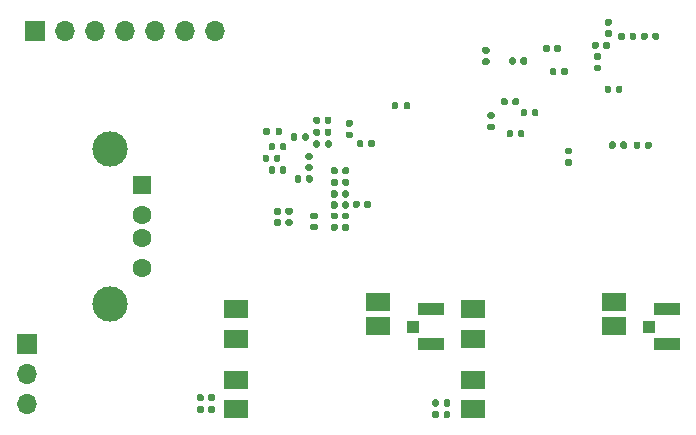
<source format=gbr>
%TF.GenerationSoftware,KiCad,Pcbnew,5.1.10-1.fc33*%
%TF.CreationDate,2021-08-29T12:40:12-07:00*%
%TF.ProjectId,hardware,68617264-7761-4726-952e-6b696361645f,rev?*%
%TF.SameCoordinates,Original*%
%TF.FileFunction,Soldermask,Bot*%
%TF.FilePolarity,Negative*%
%FSLAX46Y46*%
G04 Gerber Fmt 4.6, Leading zero omitted, Abs format (unit mm)*
G04 Created by KiCad (PCBNEW 5.1.10-1.fc33) date 2021-08-29 12:40:12*
%MOMM*%
%LPD*%
G01*
G04 APERTURE LIST*
%ADD10C,1.600000*%
%ADD11R,1.500000X1.600000*%
%ADD12C,3.000000*%
%ADD13O,1.700000X1.700000*%
%ADD14R,1.700000X1.700000*%
%ADD15R,2.200000X1.050000*%
%ADD16R,1.050000X1.000000*%
%ADD17R,2.000000X1.500000*%
G04 APERTURE END LIST*
D10*
%TO.C,J2*%
X99000000Y-116000000D03*
X99000000Y-113500000D03*
X99000000Y-111500000D03*
D11*
X99000000Y-109000000D03*
D12*
X96290000Y-119070000D03*
X96290000Y-105930000D03*
%TD*%
D13*
%TO.C,J4*%
X89250000Y-127580000D03*
X89250000Y-125040000D03*
D14*
X89250000Y-122500000D03*
%TD*%
D13*
%TO.C,J3*%
X105240000Y-96000000D03*
X102700000Y-96000000D03*
X100160000Y-96000000D03*
X97620000Y-96000000D03*
X95080000Y-96000000D03*
X92540000Y-96000000D03*
D14*
X90000000Y-96000000D03*
%TD*%
D15*
%TO.C,AE2*%
X143475000Y-122475000D03*
D16*
X141950000Y-121000000D03*
D15*
X143475000Y-119525000D03*
%TD*%
%TO.C,AE1*%
X123475000Y-122475000D03*
D16*
X121950000Y-121000000D03*
D15*
X123475000Y-119525000D03*
%TD*%
%TO.C,C9*%
G36*
G01*
X104230000Y-127830000D02*
X104230000Y-128170000D01*
G75*
G02*
X104090000Y-128310000I-140000J0D01*
G01*
X103810000Y-128310000D01*
G75*
G02*
X103670000Y-128170000I0J140000D01*
G01*
X103670000Y-127830000D01*
G75*
G02*
X103810000Y-127690000I140000J0D01*
G01*
X104090000Y-127690000D01*
G75*
G02*
X104230000Y-127830000I0J-140000D01*
G01*
G37*
G36*
G01*
X105190000Y-127830000D02*
X105190000Y-128170000D01*
G75*
G02*
X105050000Y-128310000I-140000J0D01*
G01*
X104770000Y-128310000D01*
G75*
G02*
X104630000Y-128170000I0J140000D01*
G01*
X104630000Y-127830000D01*
G75*
G02*
X104770000Y-127690000I140000J0D01*
G01*
X105050000Y-127690000D01*
G75*
G02*
X105190000Y-127830000I0J-140000D01*
G01*
G37*
%TD*%
%TO.C,C8*%
G36*
G01*
X104230000Y-126830000D02*
X104230000Y-127170000D01*
G75*
G02*
X104090000Y-127310000I-140000J0D01*
G01*
X103810000Y-127310000D01*
G75*
G02*
X103670000Y-127170000I0J140000D01*
G01*
X103670000Y-126830000D01*
G75*
G02*
X103810000Y-126690000I140000J0D01*
G01*
X104090000Y-126690000D01*
G75*
G02*
X104230000Y-126830000I0J-140000D01*
G01*
G37*
G36*
G01*
X105190000Y-126830000D02*
X105190000Y-127170000D01*
G75*
G02*
X105050000Y-127310000I-140000J0D01*
G01*
X104770000Y-127310000D01*
G75*
G02*
X104630000Y-127170000I0J140000D01*
G01*
X104630000Y-126830000D01*
G75*
G02*
X104770000Y-126690000I140000J0D01*
G01*
X105050000Y-126690000D01*
G75*
G02*
X105190000Y-126830000I0J-140000D01*
G01*
G37*
%TD*%
%TO.C,C7*%
G36*
G01*
X124150000Y-128280000D02*
X124150000Y-128620000D01*
G75*
G02*
X124010000Y-128760000I-140000J0D01*
G01*
X123730000Y-128760000D01*
G75*
G02*
X123590000Y-128620000I0J140000D01*
G01*
X123590000Y-128280000D01*
G75*
G02*
X123730000Y-128140000I140000J0D01*
G01*
X124010000Y-128140000D01*
G75*
G02*
X124150000Y-128280000I0J-140000D01*
G01*
G37*
G36*
G01*
X125110000Y-128280000D02*
X125110000Y-128620000D01*
G75*
G02*
X124970000Y-128760000I-140000J0D01*
G01*
X124690000Y-128760000D01*
G75*
G02*
X124550000Y-128620000I0J140000D01*
G01*
X124550000Y-128280000D01*
G75*
G02*
X124690000Y-128140000I140000J0D01*
G01*
X124970000Y-128140000D01*
G75*
G02*
X125110000Y-128280000I0J-140000D01*
G01*
G37*
%TD*%
%TO.C,C6*%
G36*
G01*
X124150000Y-127280000D02*
X124150000Y-127620000D01*
G75*
G02*
X124010000Y-127760000I-140000J0D01*
G01*
X123730000Y-127760000D01*
G75*
G02*
X123590000Y-127620000I0J140000D01*
G01*
X123590000Y-127280000D01*
G75*
G02*
X123730000Y-127140000I140000J0D01*
G01*
X124010000Y-127140000D01*
G75*
G02*
X124150000Y-127280000I0J-140000D01*
G01*
G37*
G36*
G01*
X125110000Y-127280000D02*
X125110000Y-127620000D01*
G75*
G02*
X124970000Y-127760000I-140000J0D01*
G01*
X124690000Y-127760000D01*
G75*
G02*
X124550000Y-127620000I0J140000D01*
G01*
X124550000Y-127280000D01*
G75*
G02*
X124690000Y-127140000I140000J0D01*
G01*
X124970000Y-127140000D01*
G75*
G02*
X125110000Y-127280000I0J-140000D01*
G01*
G37*
%TD*%
D17*
%TO.C,U5*%
X127000000Y-122000000D03*
X127000000Y-128000000D03*
X127000000Y-125500000D03*
X127000000Y-119500000D03*
X139000000Y-118900000D03*
X139000000Y-120900000D03*
%TD*%
%TO.C,U4*%
X107000000Y-122000000D03*
X107000000Y-128000000D03*
X107000000Y-125500000D03*
X107000000Y-119500000D03*
X119000000Y-118900000D03*
X119000000Y-120900000D03*
%TD*%
%TO.C,C32*%
G36*
G01*
X134958000Y-106791100D02*
X135298000Y-106791100D01*
G75*
G02*
X135438000Y-106931100I0J-140000D01*
G01*
X135438000Y-107211100D01*
G75*
G02*
X135298000Y-107351100I-140000J0D01*
G01*
X134958000Y-107351100D01*
G75*
G02*
X134818000Y-107211100I0J140000D01*
G01*
X134818000Y-106931100D01*
G75*
G02*
X134958000Y-106791100I140000J0D01*
G01*
G37*
G36*
G01*
X134958000Y-105831100D02*
X135298000Y-105831100D01*
G75*
G02*
X135438000Y-105971100I0J-140000D01*
G01*
X135438000Y-106251100D01*
G75*
G02*
X135298000Y-106391100I-140000J0D01*
G01*
X134958000Y-106391100D01*
G75*
G02*
X134818000Y-106251100I0J140000D01*
G01*
X134818000Y-105971100D01*
G75*
G02*
X134958000Y-105831100I140000J0D01*
G01*
G37*
%TD*%
%TO.C,C99*%
G36*
G01*
X109782000Y-106560800D02*
X109782000Y-106900800D01*
G75*
G02*
X109642000Y-107040800I-140000J0D01*
G01*
X109362000Y-107040800D01*
G75*
G02*
X109222000Y-106900800I0J140000D01*
G01*
X109222000Y-106560800D01*
G75*
G02*
X109362000Y-106420800I140000J0D01*
G01*
X109642000Y-106420800D01*
G75*
G02*
X109782000Y-106560800I0J-140000D01*
G01*
G37*
G36*
G01*
X110742000Y-106560800D02*
X110742000Y-106900800D01*
G75*
G02*
X110602000Y-107040800I-140000J0D01*
G01*
X110322000Y-107040800D01*
G75*
G02*
X110182000Y-106900800I0J140000D01*
G01*
X110182000Y-106560800D01*
G75*
G02*
X110322000Y-106420800I140000J0D01*
G01*
X110602000Y-106420800D01*
G75*
G02*
X110742000Y-106560800I0J-140000D01*
G01*
G37*
%TD*%
%TO.C,C92*%
G36*
G01*
X128300300Y-97879500D02*
X127960300Y-97879500D01*
G75*
G02*
X127820300Y-97739500I0J140000D01*
G01*
X127820300Y-97459500D01*
G75*
G02*
X127960300Y-97319500I140000J0D01*
G01*
X128300300Y-97319500D01*
G75*
G02*
X128440300Y-97459500I0J-140000D01*
G01*
X128440300Y-97739500D01*
G75*
G02*
X128300300Y-97879500I-140000J0D01*
G01*
G37*
G36*
G01*
X128300300Y-98839500D02*
X127960300Y-98839500D01*
G75*
G02*
X127820300Y-98699500I0J140000D01*
G01*
X127820300Y-98419500D01*
G75*
G02*
X127960300Y-98279500I140000J0D01*
G01*
X128300300Y-98279500D01*
G75*
G02*
X128440300Y-98419500I0J-140000D01*
G01*
X128440300Y-98699500D01*
G75*
G02*
X128300300Y-98839500I-140000J0D01*
G01*
G37*
%TD*%
%TO.C,C91*%
G36*
G01*
X139519000Y-105783200D02*
X139519000Y-105443200D01*
G75*
G02*
X139659000Y-105303200I140000J0D01*
G01*
X139939000Y-105303200D01*
G75*
G02*
X140079000Y-105443200I0J-140000D01*
G01*
X140079000Y-105783200D01*
G75*
G02*
X139939000Y-105923200I-140000J0D01*
G01*
X139659000Y-105923200D01*
G75*
G02*
X139519000Y-105783200I0J140000D01*
G01*
G37*
G36*
G01*
X138559000Y-105783200D02*
X138559000Y-105443200D01*
G75*
G02*
X138699000Y-105303200I140000J0D01*
G01*
X138979000Y-105303200D01*
G75*
G02*
X139119000Y-105443200I0J-140000D01*
G01*
X139119000Y-105783200D01*
G75*
G02*
X138979000Y-105923200I-140000J0D01*
G01*
X138699000Y-105923200D01*
G75*
G02*
X138559000Y-105783200I0J140000D01*
G01*
G37*
%TD*%
%TO.C,C90*%
G36*
G01*
X130375000Y-102112900D02*
X130375000Y-101772900D01*
G75*
G02*
X130515000Y-101632900I140000J0D01*
G01*
X130795000Y-101632900D01*
G75*
G02*
X130935000Y-101772900I0J-140000D01*
G01*
X130935000Y-102112900D01*
G75*
G02*
X130795000Y-102252900I-140000J0D01*
G01*
X130515000Y-102252900D01*
G75*
G02*
X130375000Y-102112900I0J140000D01*
G01*
G37*
G36*
G01*
X129415000Y-102112900D02*
X129415000Y-101772900D01*
G75*
G02*
X129555000Y-101632900I140000J0D01*
G01*
X129835000Y-101632900D01*
G75*
G02*
X129975000Y-101772900I0J-140000D01*
G01*
X129975000Y-102112900D01*
G75*
G02*
X129835000Y-102252900I-140000J0D01*
G01*
X129555000Y-102252900D01*
G75*
G02*
X129415000Y-102112900I0J140000D01*
G01*
G37*
%TD*%
%TO.C,C89*%
G36*
G01*
X141611960Y-105798440D02*
X141611960Y-105458440D01*
G75*
G02*
X141751960Y-105318440I140000J0D01*
G01*
X142031960Y-105318440D01*
G75*
G02*
X142171960Y-105458440I0J-140000D01*
G01*
X142171960Y-105798440D01*
G75*
G02*
X142031960Y-105938440I-140000J0D01*
G01*
X141751960Y-105938440D01*
G75*
G02*
X141611960Y-105798440I0J140000D01*
G01*
G37*
G36*
G01*
X140651960Y-105798440D02*
X140651960Y-105458440D01*
G75*
G02*
X140791960Y-105318440I140000J0D01*
G01*
X141071960Y-105318440D01*
G75*
G02*
X141211960Y-105458440I0J-140000D01*
G01*
X141211960Y-105798440D01*
G75*
G02*
X141071960Y-105938440I-140000J0D01*
G01*
X140791960Y-105938440D01*
G75*
G02*
X140651960Y-105798440I0J140000D01*
G01*
G37*
%TD*%
%TO.C,C87*%
G36*
G01*
X128732100Y-103393900D02*
X128392100Y-103393900D01*
G75*
G02*
X128252100Y-103253900I0J140000D01*
G01*
X128252100Y-102973900D01*
G75*
G02*
X128392100Y-102833900I140000J0D01*
G01*
X128732100Y-102833900D01*
G75*
G02*
X128872100Y-102973900I0J-140000D01*
G01*
X128872100Y-103253900D01*
G75*
G02*
X128732100Y-103393900I-140000J0D01*
G01*
G37*
G36*
G01*
X128732100Y-104353900D02*
X128392100Y-104353900D01*
G75*
G02*
X128252100Y-104213900I0J140000D01*
G01*
X128252100Y-103933900D01*
G75*
G02*
X128392100Y-103793900I140000J0D01*
G01*
X128732100Y-103793900D01*
G75*
G02*
X128872100Y-103933900I0J-140000D01*
G01*
X128872100Y-104213900D01*
G75*
G02*
X128732100Y-104353900I-140000J0D01*
G01*
G37*
%TD*%
%TO.C,C86*%
G36*
G01*
X130442360Y-104483080D02*
X130442360Y-104823080D01*
G75*
G02*
X130302360Y-104963080I-140000J0D01*
G01*
X130022360Y-104963080D01*
G75*
G02*
X129882360Y-104823080I0J140000D01*
G01*
X129882360Y-104483080D01*
G75*
G02*
X130022360Y-104343080I140000J0D01*
G01*
X130302360Y-104343080D01*
G75*
G02*
X130442360Y-104483080I0J-140000D01*
G01*
G37*
G36*
G01*
X131402360Y-104483080D02*
X131402360Y-104823080D01*
G75*
G02*
X131262360Y-104963080I-140000J0D01*
G01*
X130982360Y-104963080D01*
G75*
G02*
X130842360Y-104823080I0J140000D01*
G01*
X130842360Y-104483080D01*
G75*
G02*
X130982360Y-104343080I140000J0D01*
G01*
X131262360Y-104343080D01*
G75*
G02*
X131402360Y-104483080I0J-140000D01*
G01*
G37*
%TD*%
%TO.C,C85*%
G36*
G01*
X131626000Y-102712700D02*
X131626000Y-103052700D01*
G75*
G02*
X131486000Y-103192700I-140000J0D01*
G01*
X131206000Y-103192700D01*
G75*
G02*
X131066000Y-103052700I0J140000D01*
G01*
X131066000Y-102712700D01*
G75*
G02*
X131206000Y-102572700I140000J0D01*
G01*
X131486000Y-102572700D01*
G75*
G02*
X131626000Y-102712700I0J-140000D01*
G01*
G37*
G36*
G01*
X132586000Y-102712700D02*
X132586000Y-103052700D01*
G75*
G02*
X132446000Y-103192700I-140000J0D01*
G01*
X132166000Y-103192700D01*
G75*
G02*
X132026000Y-103052700I0J140000D01*
G01*
X132026000Y-102712700D01*
G75*
G02*
X132166000Y-102572700I140000J0D01*
G01*
X132446000Y-102572700D01*
G75*
G02*
X132586000Y-102712700I0J-140000D01*
G01*
G37*
%TD*%
%TO.C,C82*%
G36*
G01*
X139138000Y-101058800D02*
X139138000Y-100718800D01*
G75*
G02*
X139278000Y-100578800I140000J0D01*
G01*
X139558000Y-100578800D01*
G75*
G02*
X139698000Y-100718800I0J-140000D01*
G01*
X139698000Y-101058800D01*
G75*
G02*
X139558000Y-101198800I-140000J0D01*
G01*
X139278000Y-101198800D01*
G75*
G02*
X139138000Y-101058800I0J140000D01*
G01*
G37*
G36*
G01*
X138178000Y-101058800D02*
X138178000Y-100718800D01*
G75*
G02*
X138318000Y-100578800I140000J0D01*
G01*
X138598000Y-100578800D01*
G75*
G02*
X138738000Y-100718800I0J-140000D01*
G01*
X138738000Y-101058800D01*
G75*
G02*
X138598000Y-101198800I-140000J0D01*
G01*
X138318000Y-101198800D01*
G75*
G02*
X138178000Y-101058800I0J140000D01*
G01*
G37*
%TD*%
%TO.C,C80*%
G36*
G01*
X133531000Y-97277100D02*
X133531000Y-97617100D01*
G75*
G02*
X133391000Y-97757100I-140000J0D01*
G01*
X133111000Y-97757100D01*
G75*
G02*
X132971000Y-97617100I0J140000D01*
G01*
X132971000Y-97277100D01*
G75*
G02*
X133111000Y-97137100I140000J0D01*
G01*
X133391000Y-97137100D01*
G75*
G02*
X133531000Y-97277100I0J-140000D01*
G01*
G37*
G36*
G01*
X134491000Y-97277100D02*
X134491000Y-97617100D01*
G75*
G02*
X134351000Y-97757100I-140000J0D01*
G01*
X134071000Y-97757100D01*
G75*
G02*
X133931000Y-97617100I0J140000D01*
G01*
X133931000Y-97277100D01*
G75*
G02*
X134071000Y-97137100I140000J0D01*
G01*
X134351000Y-97137100D01*
G75*
G02*
X134491000Y-97277100I0J-140000D01*
G01*
G37*
%TD*%
%TO.C,C79*%
G36*
G01*
X134102500Y-99232900D02*
X134102500Y-99572900D01*
G75*
G02*
X133962500Y-99712900I-140000J0D01*
G01*
X133682500Y-99712900D01*
G75*
G02*
X133542500Y-99572900I0J140000D01*
G01*
X133542500Y-99232900D01*
G75*
G02*
X133682500Y-99092900I140000J0D01*
G01*
X133962500Y-99092900D01*
G75*
G02*
X134102500Y-99232900I0J-140000D01*
G01*
G37*
G36*
G01*
X135062500Y-99232900D02*
X135062500Y-99572900D01*
G75*
G02*
X134922500Y-99712900I-140000J0D01*
G01*
X134642500Y-99712900D01*
G75*
G02*
X134502500Y-99572900I0J140000D01*
G01*
X134502500Y-99232900D01*
G75*
G02*
X134642500Y-99092900I140000J0D01*
G01*
X134922500Y-99092900D01*
G75*
G02*
X135062500Y-99232900I0J-140000D01*
G01*
G37*
%TD*%
%TO.C,C77*%
G36*
G01*
X138071200Y-97350400D02*
X138071200Y-97010400D01*
G75*
G02*
X138211200Y-96870400I140000J0D01*
G01*
X138491200Y-96870400D01*
G75*
G02*
X138631200Y-97010400I0J-140000D01*
G01*
X138631200Y-97350400D01*
G75*
G02*
X138491200Y-97490400I-140000J0D01*
G01*
X138211200Y-97490400D01*
G75*
G02*
X138071200Y-97350400I0J140000D01*
G01*
G37*
G36*
G01*
X137111200Y-97350400D02*
X137111200Y-97010400D01*
G75*
G02*
X137251200Y-96870400I140000J0D01*
G01*
X137531200Y-96870400D01*
G75*
G02*
X137671200Y-97010400I0J-140000D01*
G01*
X137671200Y-97350400D01*
G75*
G02*
X137531200Y-97490400I-140000J0D01*
G01*
X137251200Y-97490400D01*
G75*
G02*
X137111200Y-97350400I0J140000D01*
G01*
G37*
%TD*%
%TO.C,C76*%
G36*
G01*
X140293700Y-96575700D02*
X140293700Y-96235700D01*
G75*
G02*
X140433700Y-96095700I140000J0D01*
G01*
X140713700Y-96095700D01*
G75*
G02*
X140853700Y-96235700I0J-140000D01*
G01*
X140853700Y-96575700D01*
G75*
G02*
X140713700Y-96715700I-140000J0D01*
G01*
X140433700Y-96715700D01*
G75*
G02*
X140293700Y-96575700I0J140000D01*
G01*
G37*
G36*
G01*
X139333700Y-96575700D02*
X139333700Y-96235700D01*
G75*
G02*
X139473700Y-96095700I140000J0D01*
G01*
X139753700Y-96095700D01*
G75*
G02*
X139893700Y-96235700I0J-140000D01*
G01*
X139893700Y-96575700D01*
G75*
G02*
X139753700Y-96715700I-140000J0D01*
G01*
X139473700Y-96715700D01*
G75*
G02*
X139333700Y-96575700I0J140000D01*
G01*
G37*
%TD*%
%TO.C,C75*%
G36*
G01*
X142224100Y-96575700D02*
X142224100Y-96235700D01*
G75*
G02*
X142364100Y-96095700I140000J0D01*
G01*
X142644100Y-96095700D01*
G75*
G02*
X142784100Y-96235700I0J-140000D01*
G01*
X142784100Y-96575700D01*
G75*
G02*
X142644100Y-96715700I-140000J0D01*
G01*
X142364100Y-96715700D01*
G75*
G02*
X142224100Y-96575700I0J140000D01*
G01*
G37*
G36*
G01*
X141264100Y-96575700D02*
X141264100Y-96235700D01*
G75*
G02*
X141404100Y-96095700I140000J0D01*
G01*
X141684100Y-96095700D01*
G75*
G02*
X141824100Y-96235700I0J-140000D01*
G01*
X141824100Y-96575700D01*
G75*
G02*
X141684100Y-96715700I-140000J0D01*
G01*
X141404100Y-96715700D01*
G75*
G02*
X141264100Y-96575700I0J140000D01*
G01*
G37*
%TD*%
%TO.C,C74*%
G36*
G01*
X130660800Y-98331200D02*
X130660800Y-98671200D01*
G75*
G02*
X130520800Y-98811200I-140000J0D01*
G01*
X130240800Y-98811200D01*
G75*
G02*
X130100800Y-98671200I0J140000D01*
G01*
X130100800Y-98331200D01*
G75*
G02*
X130240800Y-98191200I140000J0D01*
G01*
X130520800Y-98191200D01*
G75*
G02*
X130660800Y-98331200I0J-140000D01*
G01*
G37*
G36*
G01*
X131620800Y-98331200D02*
X131620800Y-98671200D01*
G75*
G02*
X131480800Y-98811200I-140000J0D01*
G01*
X131200800Y-98811200D01*
G75*
G02*
X131060800Y-98671200I0J140000D01*
G01*
X131060800Y-98331200D01*
G75*
G02*
X131200800Y-98191200I140000J0D01*
G01*
X131480800Y-98191200D01*
G75*
G02*
X131620800Y-98331200I0J-140000D01*
G01*
G37*
%TD*%
%TO.C,C70*%
G36*
G01*
X110660000Y-111496500D02*
X110320000Y-111496500D01*
G75*
G02*
X110180000Y-111356500I0J140000D01*
G01*
X110180000Y-111076500D01*
G75*
G02*
X110320000Y-110936500I140000J0D01*
G01*
X110660000Y-110936500D01*
G75*
G02*
X110800000Y-111076500I0J-140000D01*
G01*
X110800000Y-111356500D01*
G75*
G02*
X110660000Y-111496500I-140000J0D01*
G01*
G37*
G36*
G01*
X110660000Y-112456500D02*
X110320000Y-112456500D01*
G75*
G02*
X110180000Y-112316500I0J140000D01*
G01*
X110180000Y-112036500D01*
G75*
G02*
X110320000Y-111896500I140000J0D01*
G01*
X110660000Y-111896500D01*
G75*
G02*
X110800000Y-112036500I0J-140000D01*
G01*
X110800000Y-112316500D01*
G75*
G02*
X110660000Y-112456500I-140000J0D01*
G01*
G37*
%TD*%
%TO.C,C69*%
G36*
G01*
X110290000Y-105570200D02*
X110290000Y-105910200D01*
G75*
G02*
X110150000Y-106050200I-140000J0D01*
G01*
X109870000Y-106050200D01*
G75*
G02*
X109730000Y-105910200I0J140000D01*
G01*
X109730000Y-105570200D01*
G75*
G02*
X109870000Y-105430200I140000J0D01*
G01*
X110150000Y-105430200D01*
G75*
G02*
X110290000Y-105570200I0J-140000D01*
G01*
G37*
G36*
G01*
X111250000Y-105570200D02*
X111250000Y-105910200D01*
G75*
G02*
X111110000Y-106050200I-140000J0D01*
G01*
X110830000Y-106050200D01*
G75*
G02*
X110690000Y-105910200I0J140000D01*
G01*
X110690000Y-105570200D01*
G75*
G02*
X110830000Y-105430200I140000J0D01*
G01*
X111110000Y-105430200D01*
G75*
G02*
X111250000Y-105570200I0J-140000D01*
G01*
G37*
%TD*%
%TO.C,C68*%
G36*
G01*
X111637900Y-111496500D02*
X111297900Y-111496500D01*
G75*
G02*
X111157900Y-111356500I0J140000D01*
G01*
X111157900Y-111076500D01*
G75*
G02*
X111297900Y-110936500I140000J0D01*
G01*
X111637900Y-110936500D01*
G75*
G02*
X111777900Y-111076500I0J-140000D01*
G01*
X111777900Y-111356500D01*
G75*
G02*
X111637900Y-111496500I-140000J0D01*
G01*
G37*
G36*
G01*
X111637900Y-112456500D02*
X111297900Y-112456500D01*
G75*
G02*
X111157900Y-112316500I0J140000D01*
G01*
X111157900Y-112036500D01*
G75*
G02*
X111297900Y-111896500I140000J0D01*
G01*
X111637900Y-111896500D01*
G75*
G02*
X111777900Y-112036500I0J-140000D01*
G01*
X111777900Y-112316500D01*
G75*
G02*
X111637900Y-112456500I-140000J0D01*
G01*
G37*
%TD*%
%TO.C,C67*%
G36*
G01*
X115585900Y-107614900D02*
X115585900Y-107954900D01*
G75*
G02*
X115445900Y-108094900I-140000J0D01*
G01*
X115165900Y-108094900D01*
G75*
G02*
X115025900Y-107954900I0J140000D01*
G01*
X115025900Y-107614900D01*
G75*
G02*
X115165900Y-107474900I140000J0D01*
G01*
X115445900Y-107474900D01*
G75*
G02*
X115585900Y-107614900I0J-140000D01*
G01*
G37*
G36*
G01*
X116545900Y-107614900D02*
X116545900Y-107954900D01*
G75*
G02*
X116405900Y-108094900I-140000J0D01*
G01*
X116125900Y-108094900D01*
G75*
G02*
X115985900Y-107954900I0J140000D01*
G01*
X115985900Y-107614900D01*
G75*
G02*
X116125900Y-107474900I140000J0D01*
G01*
X116405900Y-107474900D01*
G75*
G02*
X116545900Y-107614900I0J-140000D01*
G01*
G37*
%TD*%
%TO.C,C66*%
G36*
G01*
X110290000Y-107551400D02*
X110290000Y-107891400D01*
G75*
G02*
X110150000Y-108031400I-140000J0D01*
G01*
X109870000Y-108031400D01*
G75*
G02*
X109730000Y-107891400I0J140000D01*
G01*
X109730000Y-107551400D01*
G75*
G02*
X109870000Y-107411400I140000J0D01*
G01*
X110150000Y-107411400D01*
G75*
G02*
X110290000Y-107551400I0J-140000D01*
G01*
G37*
G36*
G01*
X111250000Y-107551400D02*
X111250000Y-107891400D01*
G75*
G02*
X111110000Y-108031400I-140000J0D01*
G01*
X110830000Y-108031400D01*
G75*
G02*
X110690000Y-107891400I0J140000D01*
G01*
X110690000Y-107551400D01*
G75*
G02*
X110830000Y-107411400I140000J0D01*
G01*
X111110000Y-107411400D01*
G75*
G02*
X111250000Y-107551400I0J-140000D01*
G01*
G37*
%TD*%
%TO.C,C65*%
G36*
G01*
X114087300Y-104363700D02*
X114087300Y-104703700D01*
G75*
G02*
X113947300Y-104843700I-140000J0D01*
G01*
X113667300Y-104843700D01*
G75*
G02*
X113527300Y-104703700I0J140000D01*
G01*
X113527300Y-104363700D01*
G75*
G02*
X113667300Y-104223700I140000J0D01*
G01*
X113947300Y-104223700D01*
G75*
G02*
X114087300Y-104363700I0J-140000D01*
G01*
G37*
G36*
G01*
X115047300Y-104363700D02*
X115047300Y-104703700D01*
G75*
G02*
X114907300Y-104843700I-140000J0D01*
G01*
X114627300Y-104843700D01*
G75*
G02*
X114487300Y-104703700I0J140000D01*
G01*
X114487300Y-104363700D01*
G75*
G02*
X114627300Y-104223700I140000J0D01*
G01*
X114907300Y-104223700D01*
G75*
G02*
X115047300Y-104363700I0J-140000D01*
G01*
G37*
%TD*%
%TO.C,C64*%
G36*
G01*
X116730600Y-104067000D02*
X116390600Y-104067000D01*
G75*
G02*
X116250600Y-103927000I0J140000D01*
G01*
X116250600Y-103647000D01*
G75*
G02*
X116390600Y-103507000I140000J0D01*
G01*
X116730600Y-103507000D01*
G75*
G02*
X116870600Y-103647000I0J-140000D01*
G01*
X116870600Y-103927000D01*
G75*
G02*
X116730600Y-104067000I-140000J0D01*
G01*
G37*
G36*
G01*
X116730600Y-105027000D02*
X116390600Y-105027000D01*
G75*
G02*
X116250600Y-104887000I0J140000D01*
G01*
X116250600Y-104607000D01*
G75*
G02*
X116390600Y-104467000I140000J0D01*
G01*
X116730600Y-104467000D01*
G75*
G02*
X116870600Y-104607000I0J-140000D01*
G01*
X116870600Y-104887000D01*
G75*
G02*
X116730600Y-105027000I-140000J0D01*
G01*
G37*
%TD*%
%TO.C,C59*%
G36*
G01*
X112582300Y-105097400D02*
X112582300Y-104757400D01*
G75*
G02*
X112722300Y-104617400I140000J0D01*
G01*
X113002300Y-104617400D01*
G75*
G02*
X113142300Y-104757400I0J-140000D01*
G01*
X113142300Y-105097400D01*
G75*
G02*
X113002300Y-105237400I-140000J0D01*
G01*
X112722300Y-105237400D01*
G75*
G02*
X112582300Y-105097400I0J140000D01*
G01*
G37*
G36*
G01*
X111622300Y-105097400D02*
X111622300Y-104757400D01*
G75*
G02*
X111762300Y-104617400I140000J0D01*
G01*
X112042300Y-104617400D01*
G75*
G02*
X112182300Y-104757400I0J-140000D01*
G01*
X112182300Y-105097400D01*
G75*
G02*
X112042300Y-105237400I-140000J0D01*
G01*
X111762300Y-105237400D01*
G75*
G02*
X111622300Y-105097400I0J140000D01*
G01*
G37*
%TD*%
%TO.C,C56*%
G36*
G01*
X113746100Y-111887600D02*
X113406100Y-111887600D01*
G75*
G02*
X113266100Y-111747600I0J140000D01*
G01*
X113266100Y-111467600D01*
G75*
G02*
X113406100Y-111327600I140000J0D01*
G01*
X113746100Y-111327600D01*
G75*
G02*
X113886100Y-111467600I0J-140000D01*
G01*
X113886100Y-111747600D01*
G75*
G02*
X113746100Y-111887600I-140000J0D01*
G01*
G37*
G36*
G01*
X113746100Y-112847600D02*
X113406100Y-112847600D01*
G75*
G02*
X113266100Y-112707600I0J140000D01*
G01*
X113266100Y-112427600D01*
G75*
G02*
X113406100Y-112287600I140000J0D01*
G01*
X113746100Y-112287600D01*
G75*
G02*
X113886100Y-112427600I0J-140000D01*
G01*
X113886100Y-112707600D01*
G75*
G02*
X113746100Y-112847600I-140000J0D01*
G01*
G37*
%TD*%
%TO.C,C55*%
G36*
G01*
X114087300Y-103347700D02*
X114087300Y-103687700D01*
G75*
G02*
X113947300Y-103827700I-140000J0D01*
G01*
X113667300Y-103827700D01*
G75*
G02*
X113527300Y-103687700I0J140000D01*
G01*
X113527300Y-103347700D01*
G75*
G02*
X113667300Y-103207700I140000J0D01*
G01*
X113947300Y-103207700D01*
G75*
G02*
X114087300Y-103347700I0J-140000D01*
G01*
G37*
G36*
G01*
X115047300Y-103347700D02*
X115047300Y-103687700D01*
G75*
G02*
X114907300Y-103827700I-140000J0D01*
G01*
X114627300Y-103827700D01*
G75*
G02*
X114487300Y-103687700I0J140000D01*
G01*
X114487300Y-103347700D01*
G75*
G02*
X114627300Y-103207700I140000J0D01*
G01*
X114907300Y-103207700D01*
G75*
G02*
X115047300Y-103347700I0J-140000D01*
G01*
G37*
%TD*%
%TO.C,C54*%
G36*
G01*
X115573200Y-109583400D02*
X115573200Y-109923400D01*
G75*
G02*
X115433200Y-110063400I-140000J0D01*
G01*
X115153200Y-110063400D01*
G75*
G02*
X115013200Y-109923400I0J140000D01*
G01*
X115013200Y-109583400D01*
G75*
G02*
X115153200Y-109443400I140000J0D01*
G01*
X115433200Y-109443400D01*
G75*
G02*
X115573200Y-109583400I0J-140000D01*
G01*
G37*
G36*
G01*
X116533200Y-109583400D02*
X116533200Y-109923400D01*
G75*
G02*
X116393200Y-110063400I-140000J0D01*
G01*
X116113200Y-110063400D01*
G75*
G02*
X115973200Y-109923400I0J140000D01*
G01*
X115973200Y-109583400D01*
G75*
G02*
X116113200Y-109443400I140000J0D01*
G01*
X116393200Y-109443400D01*
G75*
G02*
X116533200Y-109583400I0J-140000D01*
G01*
G37*
%TD*%
%TO.C,C53*%
G36*
G01*
X112899800Y-108653400D02*
X112899800Y-108313400D01*
G75*
G02*
X113039800Y-108173400I140000J0D01*
G01*
X113319800Y-108173400D01*
G75*
G02*
X113459800Y-108313400I0J-140000D01*
G01*
X113459800Y-108653400D01*
G75*
G02*
X113319800Y-108793400I-140000J0D01*
G01*
X113039800Y-108793400D01*
G75*
G02*
X112899800Y-108653400I0J140000D01*
G01*
G37*
G36*
G01*
X111939800Y-108653400D02*
X111939800Y-108313400D01*
G75*
G02*
X112079800Y-108173400I140000J0D01*
G01*
X112359800Y-108173400D01*
G75*
G02*
X112499800Y-108313400I0J-140000D01*
G01*
X112499800Y-108653400D01*
G75*
G02*
X112359800Y-108793400I-140000J0D01*
G01*
X112079800Y-108793400D01*
G75*
G02*
X111939800Y-108653400I0J140000D01*
G01*
G37*
%TD*%
%TO.C,C48*%
G36*
G01*
X117437560Y-110467320D02*
X117437560Y-110807320D01*
G75*
G02*
X117297560Y-110947320I-140000J0D01*
G01*
X117017560Y-110947320D01*
G75*
G02*
X116877560Y-110807320I0J140000D01*
G01*
X116877560Y-110467320D01*
G75*
G02*
X117017560Y-110327320I140000J0D01*
G01*
X117297560Y-110327320D01*
G75*
G02*
X117437560Y-110467320I0J-140000D01*
G01*
G37*
G36*
G01*
X118397560Y-110467320D02*
X118397560Y-110807320D01*
G75*
G02*
X118257560Y-110947320I-140000J0D01*
G01*
X117977560Y-110947320D01*
G75*
G02*
X117837560Y-110807320I0J140000D01*
G01*
X117837560Y-110467320D01*
G75*
G02*
X117977560Y-110327320I140000J0D01*
G01*
X118257560Y-110327320D01*
G75*
G02*
X118397560Y-110467320I0J-140000D01*
G01*
G37*
%TD*%
%TO.C,C43*%
G36*
G01*
X115473300Y-111895280D02*
X115133300Y-111895280D01*
G75*
G02*
X114993300Y-111755280I0J140000D01*
G01*
X114993300Y-111475280D01*
G75*
G02*
X115133300Y-111335280I140000J0D01*
G01*
X115473300Y-111335280D01*
G75*
G02*
X115613300Y-111475280I0J-140000D01*
G01*
X115613300Y-111755280D01*
G75*
G02*
X115473300Y-111895280I-140000J0D01*
G01*
G37*
G36*
G01*
X115473300Y-112855280D02*
X115133300Y-112855280D01*
G75*
G02*
X114993300Y-112715280I0J140000D01*
G01*
X114993300Y-112435280D01*
G75*
G02*
X115133300Y-112295280I140000J0D01*
G01*
X115473300Y-112295280D01*
G75*
G02*
X115613300Y-112435280I0J-140000D01*
G01*
X115613300Y-112715280D01*
G75*
G02*
X115473300Y-112855280I-140000J0D01*
G01*
G37*
%TD*%
%TO.C,C42*%
G36*
G01*
X115585900Y-108605500D02*
X115585900Y-108945500D01*
G75*
G02*
X115445900Y-109085500I-140000J0D01*
G01*
X115165900Y-109085500D01*
G75*
G02*
X115025900Y-108945500I0J140000D01*
G01*
X115025900Y-108605500D01*
G75*
G02*
X115165900Y-108465500I140000J0D01*
G01*
X115445900Y-108465500D01*
G75*
G02*
X115585900Y-108605500I0J-140000D01*
G01*
G37*
G36*
G01*
X116545900Y-108605500D02*
X116545900Y-108945500D01*
G75*
G02*
X116405900Y-109085500I-140000J0D01*
G01*
X116125900Y-109085500D01*
G75*
G02*
X115985900Y-108945500I0J140000D01*
G01*
X115985900Y-108605500D01*
G75*
G02*
X116125900Y-108465500I140000J0D01*
G01*
X116405900Y-108465500D01*
G75*
G02*
X116545900Y-108605500I0J-140000D01*
G01*
G37*
%TD*%
%TO.C,C40*%
G36*
G01*
X116418180Y-111895280D02*
X116078180Y-111895280D01*
G75*
G02*
X115938180Y-111755280I0J140000D01*
G01*
X115938180Y-111475280D01*
G75*
G02*
X116078180Y-111335280I140000J0D01*
G01*
X116418180Y-111335280D01*
G75*
G02*
X116558180Y-111475280I0J-140000D01*
G01*
X116558180Y-111755280D01*
G75*
G02*
X116418180Y-111895280I-140000J0D01*
G01*
G37*
G36*
G01*
X116418180Y-112855280D02*
X116078180Y-112855280D01*
G75*
G02*
X115938180Y-112715280I0J140000D01*
G01*
X115938180Y-112435280D01*
G75*
G02*
X116078180Y-112295280I140000J0D01*
G01*
X116418180Y-112295280D01*
G75*
G02*
X116558180Y-112435280I0J-140000D01*
G01*
X116558180Y-112715280D01*
G75*
G02*
X116418180Y-112855280I-140000J0D01*
G01*
G37*
%TD*%
%TO.C,C38*%
G36*
G01*
X115573200Y-110523200D02*
X115573200Y-110863200D01*
G75*
G02*
X115433200Y-111003200I-140000J0D01*
G01*
X115153200Y-111003200D01*
G75*
G02*
X115013200Y-110863200I0J140000D01*
G01*
X115013200Y-110523200D01*
G75*
G02*
X115153200Y-110383200I140000J0D01*
G01*
X115433200Y-110383200D01*
G75*
G02*
X115573200Y-110523200I0J-140000D01*
G01*
G37*
G36*
G01*
X116533200Y-110523200D02*
X116533200Y-110863200D01*
G75*
G02*
X116393200Y-111003200I-140000J0D01*
G01*
X116113200Y-111003200D01*
G75*
G02*
X115973200Y-110863200I0J140000D01*
G01*
X115973200Y-110523200D01*
G75*
G02*
X116113200Y-110383200I140000J0D01*
G01*
X116393200Y-110383200D01*
G75*
G02*
X116533200Y-110523200I0J-140000D01*
G01*
G37*
%TD*%
%TO.C,C37*%
G36*
G01*
X118163999Y-105671440D02*
X118163999Y-105331440D01*
G75*
G02*
X118303999Y-105191440I140000J0D01*
G01*
X118583999Y-105191440D01*
G75*
G02*
X118723999Y-105331440I0J-140000D01*
G01*
X118723999Y-105671440D01*
G75*
G02*
X118583999Y-105811440I-140000J0D01*
G01*
X118303999Y-105811440D01*
G75*
G02*
X118163999Y-105671440I0J140000D01*
G01*
G37*
G36*
G01*
X117203999Y-105671440D02*
X117203999Y-105331440D01*
G75*
G02*
X117343999Y-105191440I140000J0D01*
G01*
X117623999Y-105191440D01*
G75*
G02*
X117763999Y-105331440I0J-140000D01*
G01*
X117763999Y-105671440D01*
G75*
G02*
X117623999Y-105811440I-140000J0D01*
G01*
X117343999Y-105811440D01*
G75*
G02*
X117203999Y-105671440I0J140000D01*
G01*
G37*
%TD*%
%TO.C,C31*%
G36*
G01*
X112987000Y-107248300D02*
X113327000Y-107248300D01*
G75*
G02*
X113467000Y-107388300I0J-140000D01*
G01*
X113467000Y-107668300D01*
G75*
G02*
X113327000Y-107808300I-140000J0D01*
G01*
X112987000Y-107808300D01*
G75*
G02*
X112847000Y-107668300I0J140000D01*
G01*
X112847000Y-107388300D01*
G75*
G02*
X112987000Y-107248300I140000J0D01*
G01*
G37*
G36*
G01*
X112987000Y-106288300D02*
X113327000Y-106288300D01*
G75*
G02*
X113467000Y-106428300I0J-140000D01*
G01*
X113467000Y-106708300D01*
G75*
G02*
X113327000Y-106848300I-140000J0D01*
G01*
X112987000Y-106848300D01*
G75*
G02*
X112847000Y-106708300I0J140000D01*
G01*
X112847000Y-106428300D01*
G75*
G02*
X112987000Y-106288300I140000J0D01*
G01*
G37*
%TD*%
%TO.C,C3*%
G36*
G01*
X138670000Y-95500000D02*
X138330000Y-95500000D01*
G75*
G02*
X138190000Y-95360000I0J140000D01*
G01*
X138190000Y-95080000D01*
G75*
G02*
X138330000Y-94940000I140000J0D01*
G01*
X138670000Y-94940000D01*
G75*
G02*
X138810000Y-95080000I0J-140000D01*
G01*
X138810000Y-95360000D01*
G75*
G02*
X138670000Y-95500000I-140000J0D01*
G01*
G37*
G36*
G01*
X138670000Y-96460000D02*
X138330000Y-96460000D01*
G75*
G02*
X138190000Y-96320000I0J140000D01*
G01*
X138190000Y-96040000D01*
G75*
G02*
X138330000Y-95900000I140000J0D01*
G01*
X138670000Y-95900000D01*
G75*
G02*
X138810000Y-96040000I0J-140000D01*
G01*
X138810000Y-96320000D01*
G75*
G02*
X138670000Y-96460000I-140000J0D01*
G01*
G37*
%TD*%
%TO.C,C2*%
G36*
G01*
X137409100Y-98815500D02*
X137749100Y-98815500D01*
G75*
G02*
X137889100Y-98955500I0J-140000D01*
G01*
X137889100Y-99235500D01*
G75*
G02*
X137749100Y-99375500I-140000J0D01*
G01*
X137409100Y-99375500D01*
G75*
G02*
X137269100Y-99235500I0J140000D01*
G01*
X137269100Y-98955500D01*
G75*
G02*
X137409100Y-98815500I140000J0D01*
G01*
G37*
G36*
G01*
X137409100Y-97855500D02*
X137749100Y-97855500D01*
G75*
G02*
X137889100Y-97995500I0J-140000D01*
G01*
X137889100Y-98275500D01*
G75*
G02*
X137749100Y-98415500I-140000J0D01*
G01*
X137409100Y-98415500D01*
G75*
G02*
X137269100Y-98275500I0J140000D01*
G01*
X137269100Y-97995500D01*
G75*
G02*
X137409100Y-97855500I140000J0D01*
G01*
G37*
%TD*%
%TO.C,R30*%
G36*
G01*
X109843600Y-104285200D02*
X109843600Y-104655200D01*
G75*
G02*
X109708600Y-104790200I-135000J0D01*
G01*
X109438600Y-104790200D01*
G75*
G02*
X109303600Y-104655200I0J135000D01*
G01*
X109303600Y-104285200D01*
G75*
G02*
X109438600Y-104150200I135000J0D01*
G01*
X109708600Y-104150200D01*
G75*
G02*
X109843600Y-104285200I0J-135000D01*
G01*
G37*
G36*
G01*
X110863600Y-104285200D02*
X110863600Y-104655200D01*
G75*
G02*
X110728600Y-104790200I-135000J0D01*
G01*
X110458600Y-104790200D01*
G75*
G02*
X110323600Y-104655200I0J135000D01*
G01*
X110323600Y-104285200D01*
G75*
G02*
X110458600Y-104150200I135000J0D01*
G01*
X110728600Y-104150200D01*
G75*
G02*
X110863600Y-104285200I0J-135000D01*
G01*
G37*
%TD*%
%TO.C,R26*%
G36*
G01*
X114060000Y-105339300D02*
X114060000Y-105709300D01*
G75*
G02*
X113925000Y-105844300I-135000J0D01*
G01*
X113655000Y-105844300D01*
G75*
G02*
X113520000Y-105709300I0J135000D01*
G01*
X113520000Y-105339300D01*
G75*
G02*
X113655000Y-105204300I135000J0D01*
G01*
X113925000Y-105204300D01*
G75*
G02*
X114060000Y-105339300I0J-135000D01*
G01*
G37*
G36*
G01*
X115080000Y-105339300D02*
X115080000Y-105709300D01*
G75*
G02*
X114945000Y-105844300I-135000J0D01*
G01*
X114675000Y-105844300D01*
G75*
G02*
X114540000Y-105709300I0J135000D01*
G01*
X114540000Y-105339300D01*
G75*
G02*
X114675000Y-105204300I135000J0D01*
G01*
X114945000Y-105204300D01*
G75*
G02*
X115080000Y-105339300I0J-135000D01*
G01*
G37*
%TD*%
%TO.C,R6*%
G36*
G01*
X121179560Y-102465720D02*
X121179560Y-102095720D01*
G75*
G02*
X121314560Y-101960720I135000J0D01*
G01*
X121584560Y-101960720D01*
G75*
G02*
X121719560Y-102095720I0J-135000D01*
G01*
X121719560Y-102465720D01*
G75*
G02*
X121584560Y-102600720I-135000J0D01*
G01*
X121314560Y-102600720D01*
G75*
G02*
X121179560Y-102465720I0J135000D01*
G01*
G37*
G36*
G01*
X120159560Y-102465720D02*
X120159560Y-102095720D01*
G75*
G02*
X120294560Y-101960720I135000J0D01*
G01*
X120564560Y-101960720D01*
G75*
G02*
X120699560Y-102095720I0J-135000D01*
G01*
X120699560Y-102465720D01*
G75*
G02*
X120564560Y-102600720I-135000J0D01*
G01*
X120294560Y-102600720D01*
G75*
G02*
X120159560Y-102465720I0J135000D01*
G01*
G37*
%TD*%
M02*

</source>
